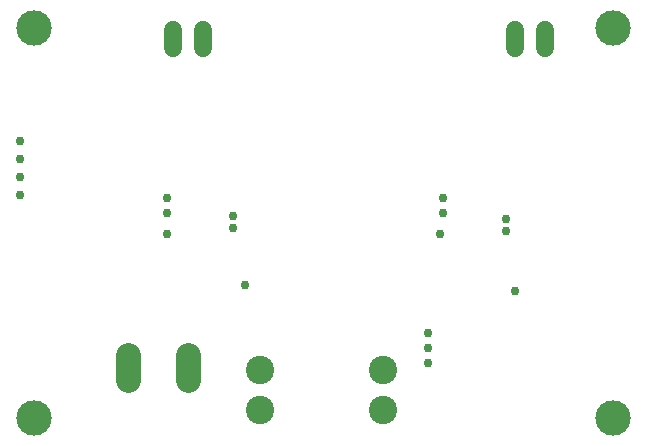
<source format=gbs>
G75*
%MOIN*%
%OFA0B0*%
%FSLAX25Y25*%
%IPPOS*%
%LPD*%
%AMOC8*
5,1,8,0,0,1.08239X$1,22.5*
%
%ADD10C,0.08250*%
%ADD11C,0.09449*%
%ADD12C,0.11811*%
%ADD13C,0.06000*%
%ADD14C,0.02953*%
D10*
X0098600Y0040175D02*
X0098600Y0048425D01*
X0118600Y0048425D02*
X0118600Y0040175D01*
D11*
X0142600Y0043500D03*
X0142600Y0030100D03*
X0183600Y0030100D03*
X0183600Y0043500D03*
D12*
X0067348Y0027548D03*
X0260261Y0027548D03*
X0260261Y0157469D03*
X0067348Y0157469D03*
D13*
X0113600Y0156800D02*
X0113600Y0150800D01*
X0123600Y0150800D02*
X0123600Y0156800D01*
X0227600Y0156800D02*
X0227600Y0150800D01*
X0237600Y0150800D02*
X0237600Y0156800D01*
D14*
X0203600Y0100800D03*
X0203600Y0095800D03*
X0202600Y0088800D03*
X0224600Y0089800D03*
X0224600Y0093800D03*
X0227600Y0069800D03*
X0198600Y0055800D03*
X0198600Y0050800D03*
X0198600Y0045800D03*
X0137600Y0071800D03*
X0111600Y0088800D03*
X0111600Y0095800D03*
X0111600Y0100800D03*
X0133600Y0094800D03*
X0133600Y0090800D03*
X0062600Y0101800D03*
X0062600Y0107800D03*
X0062600Y0113800D03*
X0062600Y0119800D03*
M02*

</source>
